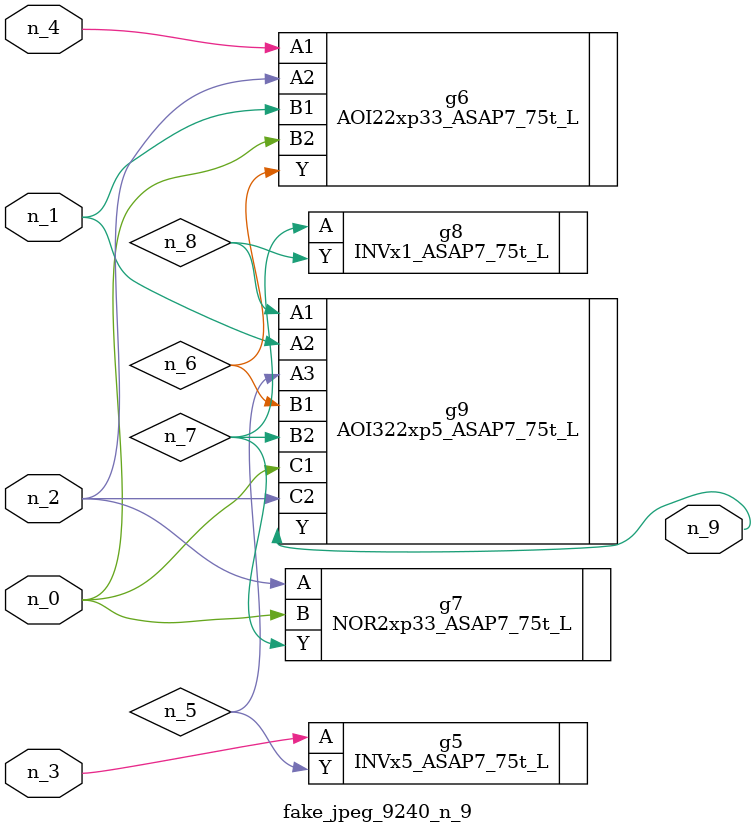
<source format=v>
module fake_jpeg_9240_n_9 (n_3, n_2, n_1, n_0, n_4, n_9);

input n_3;
input n_2;
input n_1;
input n_0;
input n_4;

output n_9;

wire n_8;
wire n_6;
wire n_5;
wire n_7;

INVx5_ASAP7_75t_L g5 ( 
.A(n_3),
.Y(n_5)
);

AOI22xp33_ASAP7_75t_L g6 ( 
.A1(n_4),
.A2(n_2),
.B1(n_1),
.B2(n_0),
.Y(n_6)
);

NOR2xp33_ASAP7_75t_L g7 ( 
.A(n_2),
.B(n_0),
.Y(n_7)
);

INVx1_ASAP7_75t_L g8 ( 
.A(n_7),
.Y(n_8)
);

AOI322xp5_ASAP7_75t_L g9 ( 
.A1(n_8),
.A2(n_1),
.A3(n_5),
.B1(n_6),
.B2(n_7),
.C1(n_0),
.C2(n_2),
.Y(n_9)
);


endmodule
</source>
